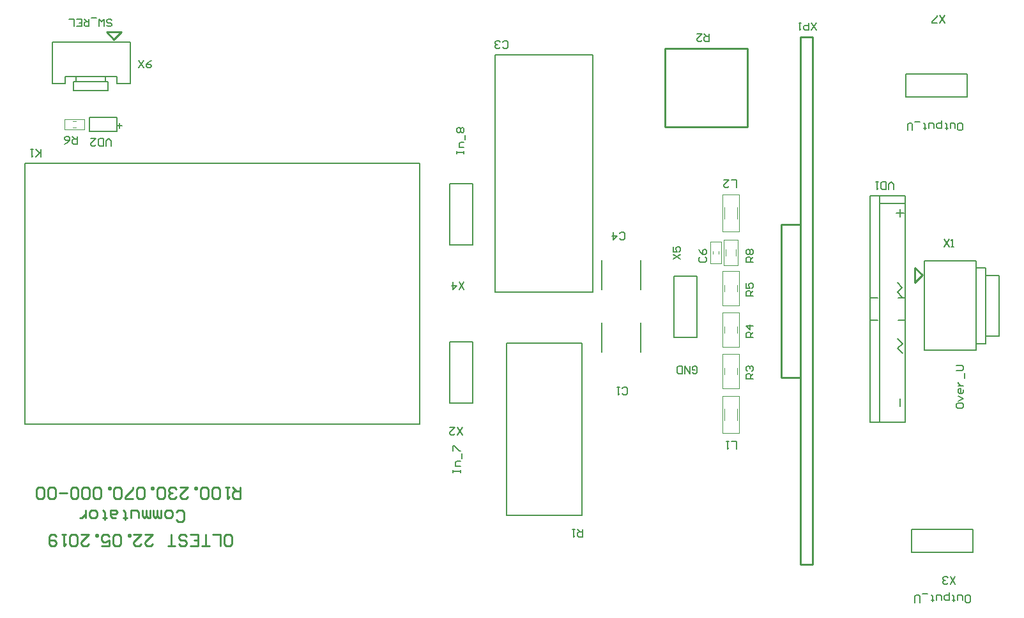
<source format=gto>
G04 Layer_Color=65535*
%FSLAX44Y44*%
%MOMM*%
G71*
G01*
G75*
%ADD34C,0.2000*%
%ADD35C,0.1000*%
%ADD36C,0.1270*%
%ADD37C,0.1524*%
%ADD38C,0.2032*%
%ADD39C,0.2540*%
%ADD40C,0.1998*%
%ADD41C,0.2500*%
%ADD42C,0.1500*%
D34*
X816500Y383000D02*
Y422000D01*
X868500Y383000D02*
Y422000D01*
X816500Y465500D02*
Y504500D01*
X868500Y465500D02*
Y504500D01*
D35*
X971500Y513500D02*
Y516500D01*
X963500Y513500D02*
Y516500D01*
X960500Y529500D02*
X974500D01*
X960500Y500500D02*
Y529500D01*
Y500500D02*
X974500D01*
Y529500D01*
X976500Y275250D02*
Y324500D01*
X998250D01*
Y275250D02*
Y324500D01*
X976500Y275250D02*
X998250D01*
X996000Y292500D02*
Y307500D01*
X979000Y292500D02*
Y307500D01*
X998250Y334500D02*
Y380500D01*
X976750Y334500D02*
X998250D01*
X976750D02*
Y380500D01*
X998250D01*
X979250Y353000D02*
Y362000D01*
X995750Y353000D02*
Y362000D01*
X998250Y389500D02*
Y435500D01*
X976750Y389500D02*
X998250D01*
X976750D02*
Y435500D01*
X998250D01*
X979250Y408000D02*
Y417000D01*
X995750Y408000D02*
Y417000D01*
X998250Y444500D02*
Y490500D01*
X976750Y444500D02*
X998250D01*
X976750D02*
Y490500D01*
X998250D01*
X979250Y463000D02*
Y472000D01*
X995750Y463000D02*
Y472000D01*
X104250Y691750D02*
X130750D01*
Y678250D02*
Y691750D01*
X104250Y678250D02*
X130750D01*
X104250D02*
Y691750D01*
X116500Y689250D02*
X118500D01*
X115500Y680750D02*
X119500D01*
X115500Y689250D02*
X116500D01*
X118500D02*
X119500D01*
X981000Y511000D02*
Y519000D01*
X994000Y511000D02*
Y519000D01*
X978250Y531750D02*
X996750D01*
X978250Y498250D02*
Y531750D01*
Y498250D02*
X996750D01*
Y531750D01*
X998500Y543000D02*
Y592250D01*
X976750Y543000D02*
X998500D01*
X976750D02*
Y592250D01*
X998500D01*
X979000Y560000D02*
Y575000D01*
X996000Y560000D02*
Y575000D01*
D36*
X690002Y165700D02*
Y394300D01*
X790002D01*
X690002Y165700D02*
X790002D01*
Y394300D01*
X1325520Y404187D02*
Y484197D01*
Y404187D02*
X1343300D01*
Y484197D01*
X1325520D02*
X1343300D01*
X116002Y729503D02*
Y741501D01*
Y729503D02*
X162001D01*
Y741501D01*
X116002D02*
X162001D01*
X119998Y748503D02*
X158500D01*
Y741501D02*
Y748503D01*
X119998Y741501D02*
X158500D01*
X119998D02*
Y748503D01*
X675000Y462350D02*
Y777350D01*
Y462350D02*
X805000D01*
X675000Y777350D02*
X805000D01*
Y462350D02*
Y777350D01*
X1172300Y425000D02*
X1182300D01*
X1209003D02*
X1219003D01*
X1209003Y455000D02*
X1219003D01*
X1172300D02*
X1182300D01*
X1185000Y290000D02*
Y590000D01*
X1208410Y474840D02*
X1214760Y468490D01*
X1208410Y462140D02*
X1214760Y468490D01*
X1208410Y462140D02*
X1214760Y455790D01*
X1206670Y567000D02*
X1216670D01*
X1211670Y562000D02*
Y572000D01*
Y310540D02*
Y320540D01*
X1219003Y290000D02*
Y590000D01*
X1172300D02*
X1219003D01*
X1172300Y290000D02*
Y590000D01*
Y290000D02*
X1219003D01*
X1185000Y580000D02*
X1219003D01*
X1208880Y400310D02*
X1215230Y393960D01*
X1208880Y387610D02*
X1215230Y393960D01*
X1208880Y387610D02*
X1215230Y381260D01*
D37*
X137164Y694250D02*
X173664D01*
Y675750D02*
Y694250D01*
X137164Y675750D02*
X173664D01*
X137164D02*
Y694250D01*
X52000Y287000D02*
Y633000D01*
X575000D01*
Y287000D02*
Y633000D01*
X52000Y287000D02*
X575000D01*
D38*
X1244240Y503696D02*
X1312820D01*
Y385137D02*
Y503696D01*
X1244240Y385137D02*
X1312820D01*
X1244240D02*
Y503696D01*
X1312998Y394027D02*
Y494696D01*
Y394027D02*
X1325520D01*
Y494696D01*
X1312998D02*
X1325520D01*
X614760Y396040D02*
X645240D01*
Y314760D02*
Y396040D01*
X614760Y314760D02*
X645240D01*
X614760D02*
Y396040D01*
X1227260Y117260D02*
Y147740D01*
X1308540D01*
Y117260D02*
Y147740D01*
X1227260Y117260D02*
X1308540D01*
X1301040Y721760D02*
Y752240D01*
X1219760Y721760D02*
X1301040D01*
X1219760D02*
Y752240D01*
X1301040D01*
X614760Y524760D02*
X645240D01*
X614760D02*
Y606040D01*
X645240D01*
Y524760D02*
Y606040D01*
X912260Y402260D02*
X942740D01*
X912260D02*
Y483540D01*
X942740D01*
Y402260D02*
Y483540D01*
D39*
X1231500Y494947D02*
X1241500Y484947D01*
X1231500Y474947D02*
Y494947D01*
Y474947D02*
X1241500Y484947D01*
X159998Y807750D02*
X169998Y797750D01*
X159998Y807750D02*
X179998D01*
X169998Y797750D02*
X179998Y807750D01*
X1054800Y552200D02*
X1067500D01*
X1080200Y349000D02*
Y552200D01*
X1067500D02*
X1080200D01*
X1054800Y349000D02*
Y552200D01*
Y349000D02*
X1080200D01*
Y100842D02*
Y552200D01*
Y100842D02*
X1095500D01*
Y801250D01*
X1080200D02*
X1095500D01*
X1080200Y552200D02*
Y801250D01*
X900450Y681750D02*
X1009200D01*
X900450D02*
Y785500D01*
X1009200D01*
Y681750D02*
Y785500D01*
D40*
X88502Y739503D02*
X105000D01*
Y748503D01*
X173495D01*
Y739503D02*
Y748503D01*
Y739503D02*
X191495D01*
Y794498D01*
X88502D02*
X191495D01*
X88502Y739503D02*
Y794498D01*
D41*
X252503Y160110D02*
X255002Y157611D01*
X260001D01*
X262500Y160110D01*
Y170107D01*
X260001Y172606D01*
X255002D01*
X252503Y170107D01*
X245006Y172606D02*
X240007D01*
X237508Y170107D01*
Y165108D01*
X240007Y162609D01*
X245006D01*
X247505Y165108D01*
Y170107D01*
X245006Y172606D01*
X232510D02*
Y162609D01*
X230011D01*
X227511Y165108D01*
Y172606D01*
Y165108D01*
X225012Y162609D01*
X222513Y165108D01*
Y172606D01*
X217515D02*
Y162609D01*
X215016D01*
X212516Y165108D01*
Y172606D01*
Y165108D01*
X210017Y162609D01*
X207518Y165108D01*
Y172606D01*
X202519Y162609D02*
Y170107D01*
X200020Y172606D01*
X192523D01*
Y162609D01*
X185025Y160110D02*
Y162609D01*
X187524D01*
X182526D01*
X185025D01*
Y170107D01*
X182526Y172606D01*
X172529Y162609D02*
X167531D01*
X165032Y165108D01*
Y172606D01*
X172529D01*
X175028Y170107D01*
X172529Y167607D01*
X165032D01*
X157534Y160110D02*
Y162609D01*
X160033D01*
X155035D01*
X157534D01*
Y170107D01*
X155035Y172606D01*
X145038D02*
X140040D01*
X137541Y170107D01*
Y165108D01*
X140040Y162609D01*
X145038D01*
X147537Y165108D01*
Y170107D01*
X145038Y172606D01*
X132542Y162609D02*
Y172606D01*
Y167607D01*
X130043Y165108D01*
X127544Y162609D01*
X125045D01*
X337456Y202998D02*
Y188002D01*
X329959D01*
X327460Y190502D01*
Y195500D01*
X329959Y197999D01*
X337456D01*
X332458D02*
X327460Y202998D01*
X322461D02*
X317463D01*
X319962D01*
Y188002D01*
X322461Y190502D01*
X309965D02*
X307466Y188002D01*
X302468D01*
X299968Y190502D01*
Y200498D01*
X302468Y202998D01*
X307466D01*
X309965Y200498D01*
Y190502D01*
X294970D02*
X292471Y188002D01*
X287472D01*
X284973Y190502D01*
Y200498D01*
X287472Y202998D01*
X292471D01*
X294970Y200498D01*
Y190502D01*
X279975Y202998D02*
Y200498D01*
X277476D01*
Y202998D01*
X279975D01*
X257482D02*
X267479D01*
X257482Y193001D01*
Y190502D01*
X259981Y188002D01*
X264980D01*
X267479Y190502D01*
X252484D02*
X249985Y188002D01*
X244986D01*
X242487Y190502D01*
Y193001D01*
X244986Y195500D01*
X247485D01*
X244986D01*
X242487Y197999D01*
Y200498D01*
X244986Y202998D01*
X249985D01*
X252484Y200498D01*
X237489Y190502D02*
X234989Y188002D01*
X229991D01*
X227492Y190502D01*
Y200498D01*
X229991Y202998D01*
X234989D01*
X237489Y200498D01*
Y190502D01*
X222493Y202998D02*
Y200498D01*
X219994D01*
Y202998D01*
X222493D01*
X209998Y190502D02*
X207498Y188002D01*
X202500D01*
X200001Y190502D01*
Y200498D01*
X202500Y202998D01*
X207498D01*
X209998Y200498D01*
Y190502D01*
X195002Y188002D02*
X185006D01*
Y190502D01*
X195002Y200498D01*
Y202998D01*
X180007Y190502D02*
X177508Y188002D01*
X172510D01*
X170011Y190502D01*
Y200498D01*
X172510Y202998D01*
X177508D01*
X180007Y200498D01*
Y190502D01*
X165012Y202998D02*
Y200498D01*
X162513D01*
Y202998D01*
X165012D01*
X152516Y190502D02*
X150017Y188002D01*
X145019D01*
X142519Y190502D01*
Y200498D01*
X145019Y202998D01*
X150017D01*
X152516Y200498D01*
Y190502D01*
X137521D02*
X135022Y188002D01*
X130023D01*
X127524Y190502D01*
Y200498D01*
X130023Y202998D01*
X135022D01*
X137521Y200498D01*
Y190502D01*
X122526D02*
X120027Y188002D01*
X115028D01*
X112529Y190502D01*
Y200498D01*
X115028Y202998D01*
X120027D01*
X122526Y200498D01*
Y190502D01*
X107531Y195500D02*
X97534D01*
X92536Y190502D02*
X90036Y188002D01*
X85038D01*
X82539Y190502D01*
Y200498D01*
X85038Y202998D01*
X90036D01*
X92536Y200498D01*
Y190502D01*
X77540D02*
X75041Y188002D01*
X70043D01*
X67544Y190502D01*
Y200498D01*
X70043Y202998D01*
X75041D01*
X77540Y200498D01*
Y190502D01*
X318713Y125508D02*
X323712D01*
X326211Y128007D01*
Y138004D01*
X323712Y140503D01*
X318713D01*
X316214Y138004D01*
Y128007D01*
X318713Y125508D01*
X311216D02*
Y140503D01*
X301219D01*
X296220Y125508D02*
X286224D01*
X291222D01*
Y140503D01*
X271229Y125508D02*
X281225D01*
Y140503D01*
X271229D01*
X281225Y133005D02*
X276227D01*
X256234Y128007D02*
X258733Y125508D01*
X263731D01*
X266230Y128007D01*
Y130506D01*
X263731Y133005D01*
X258733D01*
X256234Y135505D01*
Y138004D01*
X258733Y140503D01*
X263731D01*
X266230Y138004D01*
X251235Y125508D02*
X241238D01*
X246237D01*
Y140503D01*
X211248D02*
X221245D01*
X211248Y130506D01*
Y128007D01*
X213747Y125508D01*
X218746D01*
X221245Y128007D01*
X196253Y140503D02*
X206250D01*
X196253Y130506D01*
Y128007D01*
X198752Y125508D01*
X203750D01*
X206250Y128007D01*
X191255Y140503D02*
Y138004D01*
X188755D01*
Y140503D01*
X191255D01*
X178759Y128007D02*
X176259Y125508D01*
X171261D01*
X168762Y128007D01*
Y138004D01*
X171261Y140503D01*
X176259D01*
X178759Y138004D01*
Y128007D01*
X153767Y125508D02*
X163763D01*
Y133005D01*
X158765Y130506D01*
X156266D01*
X153767Y133005D01*
Y138004D01*
X156266Y140503D01*
X161264D01*
X163763Y138004D01*
X148768Y140503D02*
Y138004D01*
X146269D01*
Y140503D01*
X148768D01*
X126276D02*
X136272D01*
X126276Y130506D01*
Y128007D01*
X128775Y125508D01*
X133773D01*
X136272Y128007D01*
X121277D02*
X118778Y125508D01*
X113780D01*
X111280Y128007D01*
Y138004D01*
X113780Y140503D01*
X118778D01*
X121277Y138004D01*
Y128007D01*
X106282Y140503D02*
X101284D01*
X103783D01*
Y125508D01*
X106282Y128007D01*
X93786Y138004D02*
X91287Y140503D01*
X86288D01*
X83789Y138004D01*
Y128007D01*
X86288Y125508D01*
X91287D01*
X93786Y128007D01*
Y130506D01*
X91287Y133005D01*
X83789D01*
D42*
X843335Y327669D02*
X845002Y326003D01*
X848334D01*
X850000Y327669D01*
Y334334D01*
X848334Y336000D01*
X845002D01*
X843335Y334334D01*
X840003Y336000D02*
X836671D01*
X838337D01*
Y326003D01*
X840003Y327669D01*
X685335Y787669D02*
X687002Y786003D01*
X690334D01*
X692000Y787669D01*
Y794334D01*
X690334Y796000D01*
X687002D01*
X685335Y794334D01*
X682003Y787669D02*
X680337Y786003D01*
X677005D01*
X675339Y787669D01*
Y789335D01*
X677005Y791002D01*
X678671D01*
X677005D01*
X675339Y792668D01*
Y794334D01*
X677005Y796000D01*
X680337D01*
X682003Y794334D01*
X840335Y533669D02*
X842002Y532003D01*
X845334D01*
X847000Y533669D01*
Y540334D01*
X845334Y542000D01*
X842002D01*
X840335Y540334D01*
X832005Y542000D02*
Y532003D01*
X837003Y537002D01*
X830339D01*
X946669Y509165D02*
X945003Y507498D01*
Y504166D01*
X946669Y502500D01*
X953334D01*
X955000Y504166D01*
Y507498D01*
X953334Y509165D01*
X945003Y519161D02*
X946669Y515829D01*
X950002Y512497D01*
X953334D01*
X955000Y514163D01*
Y517495D01*
X953334Y519161D01*
X951668D01*
X950002Y517495D01*
Y512497D01*
X995000Y254003D02*
Y264000D01*
X988335D01*
X985003D02*
X981671D01*
X983337D01*
Y254003D01*
X985003Y255669D01*
X995000Y601003D02*
Y611000D01*
X988335D01*
X978339D02*
X985003D01*
X978339Y604336D01*
Y602669D01*
X980005Y601003D01*
X983337D01*
X985003Y602669D01*
X791000Y147000D02*
Y137003D01*
X786002D01*
X784335Y138669D01*
Y142002D01*
X786002Y143668D01*
X791000D01*
X787668D02*
X784335Y147000D01*
X781003D02*
X777671D01*
X779337D01*
Y137003D01*
X781003Y138669D01*
X959000Y805000D02*
Y795003D01*
X954002D01*
X952336Y796669D01*
Y800002D01*
X954002Y801668D01*
X959000D01*
X955668D02*
X952336Y805000D01*
X942339D02*
X949003D01*
X942339Y798335D01*
Y796669D01*
X944005Y795003D01*
X947337D01*
X949003Y796669D01*
X1017500Y347500D02*
X1007503D01*
Y352498D01*
X1009169Y354165D01*
X1012502D01*
X1014168Y352498D01*
Y347500D01*
Y350832D02*
X1017500Y354165D01*
X1009169Y357497D02*
X1007503Y359163D01*
Y362495D01*
X1009169Y364161D01*
X1010835D01*
X1012502Y362495D01*
Y360829D01*
Y362495D01*
X1014168Y364161D01*
X1015834D01*
X1017500Y362495D01*
Y359163D01*
X1015834Y357497D01*
X1017500Y402500D02*
X1007503D01*
Y407498D01*
X1009169Y409165D01*
X1012502D01*
X1014168Y407498D01*
Y402500D01*
Y405832D02*
X1017500Y409165D01*
Y417495D02*
X1007503D01*
X1012502Y412497D01*
Y419161D01*
X1017500Y457500D02*
X1007503D01*
Y462498D01*
X1009169Y464165D01*
X1012502D01*
X1014168Y462498D01*
Y457500D01*
Y460832D02*
X1017500Y464165D01*
X1007503Y474161D02*
Y467497D01*
X1012502D01*
X1010835Y470829D01*
Y472495D01*
X1012502Y474161D01*
X1015834D01*
X1017500Y472495D01*
Y469163D01*
X1015834Y467497D01*
X121000Y669000D02*
Y659003D01*
X116002D01*
X114335Y660669D01*
Y664002D01*
X116002Y665668D01*
X121000D01*
X117668D02*
X114335Y669000D01*
X104339Y659003D02*
X107671Y660669D01*
X111003Y664002D01*
Y667334D01*
X109337Y669000D01*
X106005D01*
X104339Y667334D01*
Y665668D01*
X106005Y664002D01*
X111003D01*
X1017500Y502500D02*
X1007503D01*
Y507498D01*
X1009169Y509165D01*
X1012502D01*
X1014168Y507498D01*
Y502500D01*
Y505832D02*
X1017500Y509165D01*
X1009169Y512497D02*
X1007503Y514163D01*
Y517495D01*
X1009169Y519161D01*
X1010835D01*
X1012502Y517495D01*
X1014168Y519161D01*
X1015834D01*
X1017500Y517495D01*
Y514163D01*
X1015834Y512497D01*
X1014168D01*
X1012502Y514163D01*
X1010835Y512497D01*
X1009169D01*
X1012502Y514163D02*
Y517495D01*
X1203000Y599003D02*
Y605668D01*
X1199668Y609000D01*
X1196336Y605668D01*
Y599003D01*
X1193003D02*
Y609000D01*
X1188005D01*
X1186339Y607334D01*
Y600669D01*
X1188005Y599003D01*
X1193003D01*
X1183006Y609000D02*
X1179674D01*
X1181340D01*
Y599003D01*
X1183006Y600669D01*
X166000Y656003D02*
Y662668D01*
X162668Y666000D01*
X159335Y662668D01*
Y656003D01*
X156003D02*
Y666000D01*
X151005D01*
X149339Y664334D01*
Y657669D01*
X151005Y656003D01*
X156003D01*
X139342Y666000D02*
X146006D01*
X139342Y659335D01*
Y657669D01*
X141008Y656003D01*
X144340D01*
X146006Y657669D01*
X1270000Y532497D02*
X1276665Y522500D01*
Y532497D02*
X1270000Y522500D01*
X1279997D02*
X1283329D01*
X1281663D01*
Y532497D01*
X1279997Y530831D01*
X632000Y273003D02*
X625336Y283000D01*
Y273003D02*
X632000Y283000D01*
X615339D02*
X622003D01*
X615339Y276336D01*
Y274669D01*
X617005Y273003D01*
X620337D01*
X622003Y274669D01*
X1285000Y75003D02*
X1278335Y85000D01*
Y75003D02*
X1285000Y85000D01*
X1275003Y76669D02*
X1273337Y75003D01*
X1270005D01*
X1268339Y76669D01*
Y78335D01*
X1270005Y80002D01*
X1271671D01*
X1270005D01*
X1268339Y81668D01*
Y83334D01*
X1270005Y85000D01*
X1273337D01*
X1275003Y83334D01*
X634000Y466003D02*
X627336Y476000D01*
Y466003D02*
X634000Y476000D01*
X619005D02*
Y466003D01*
X624003Y471002D01*
X617339D01*
X911003Y506000D02*
X921000Y512664D01*
X911003D02*
X921000Y506000D01*
X911003Y522661D02*
Y515997D01*
X916002D01*
X914335Y519329D01*
Y520995D01*
X916002Y522661D01*
X919334D01*
X921000Y520995D01*
Y517663D01*
X919334Y515997D01*
X202500Y769997D02*
X209165Y760000D01*
Y769997D02*
X202500Y760000D01*
X219161Y769997D02*
X215829Y768331D01*
X212497Y764998D01*
Y761666D01*
X214163Y760000D01*
X217495D01*
X219161Y761666D01*
Y763332D01*
X217495Y764998D01*
X212497D01*
X1101000Y810003D02*
X1094335Y820000D01*
Y810003D02*
X1101000Y820000D01*
X1091003D02*
Y810003D01*
X1086005D01*
X1084339Y811669D01*
Y815002D01*
X1086005Y816668D01*
X1091003D01*
X1081006Y820000D02*
X1077674D01*
X1079340D01*
Y810003D01*
X1081006Y811669D01*
X73000Y642003D02*
Y652000D01*
Y648668D01*
X66336Y642003D01*
X71334Y647002D01*
X66336Y652000D01*
X63003D02*
X59671D01*
X61337D01*
Y642003D01*
X63003Y643669D01*
X1271000Y820003D02*
X1264335Y830000D01*
Y820003D02*
X1271000Y830000D01*
X1261003Y820003D02*
X1254339D01*
Y821669D01*
X1261003Y828334D01*
Y830000D01*
X160336Y816669D02*
X162002Y815003D01*
X165334D01*
X167000Y816669D01*
Y818335D01*
X165334Y820002D01*
X162002D01*
X160336Y821668D01*
Y823334D01*
X162002Y825000D01*
X165334D01*
X167000Y823334D01*
X157003Y815003D02*
Y825000D01*
X153671Y821668D01*
X150339Y825000D01*
Y815003D01*
X147006Y826666D02*
X140342D01*
X137010Y825000D02*
Y815003D01*
X132011D01*
X130345Y816669D01*
Y820002D01*
X132011Y821668D01*
X137010D01*
X133677D02*
X130345Y825000D01*
X120348Y815003D02*
X127013D01*
Y825000D01*
X120348D01*
X127013Y820002D02*
X123681D01*
X117016Y815003D02*
Y825000D01*
X110352D01*
X180414Y683502D02*
X173750D01*
X177082Y680169D02*
Y686834D01*
X624003Y646000D02*
Y649332D01*
Y647666D01*
X634000D01*
Y646000D01*
Y649332D01*
Y654331D02*
X627336D01*
Y659329D01*
X629002Y660995D01*
X634000D01*
X635666Y664327D02*
Y670992D01*
X625669Y674324D02*
X624003Y675990D01*
Y679323D01*
X625669Y680989D01*
X627336D01*
X629002Y679323D01*
X630668Y680989D01*
X632334D01*
X634000Y679323D01*
Y675990D01*
X632334Y674324D01*
X630668D01*
X629002Y675990D01*
X627336Y674324D01*
X625669D01*
X629002Y675990D02*
Y679323D01*
X619003Y223000D02*
Y226332D01*
Y224666D01*
X629000D01*
Y223000D01*
Y226332D01*
Y231331D02*
X622336D01*
Y236329D01*
X624002Y237995D01*
X629000D01*
X630666Y241327D02*
Y247992D01*
X619003Y251324D02*
Y257989D01*
X620669D01*
X627334Y251324D01*
X629000D01*
X1286003Y312998D02*
Y309666D01*
X1287669Y308000D01*
X1294334D01*
X1296000Y309666D01*
Y312998D01*
X1294334Y314664D01*
X1287669D01*
X1286003Y312998D01*
X1289335Y317997D02*
X1296000Y321329D01*
X1289335Y324661D01*
X1296000Y332992D02*
Y329660D01*
X1294334Y327994D01*
X1291002D01*
X1289335Y329660D01*
Y332992D01*
X1291002Y334658D01*
X1292668D01*
Y327994D01*
X1289335Y337990D02*
X1296000D01*
X1292668D01*
X1291002Y339656D01*
X1289335Y341323D01*
Y342989D01*
X1297666Y347987D02*
Y354652D01*
X1286003Y357984D02*
X1294334D01*
X1296000Y359650D01*
Y362982D01*
X1294334Y364648D01*
X1286003D01*
X1300002Y50003D02*
X1303334D01*
X1305000Y51669D01*
Y58334D01*
X1303334Y60000D01*
X1300002D01*
X1298336Y58334D01*
Y51669D01*
X1300002Y50003D01*
X1295003Y53335D02*
Y58334D01*
X1293337Y60000D01*
X1288339D01*
Y53335D01*
X1283340Y51669D02*
Y53335D01*
X1285006D01*
X1281674D01*
X1283340D01*
Y58334D01*
X1281674Y60000D01*
X1276676Y63332D02*
Y53335D01*
X1271677D01*
X1270011Y55002D01*
Y58334D01*
X1271677Y60000D01*
X1276676D01*
X1266679Y53335D02*
Y58334D01*
X1265013Y60000D01*
X1260014D01*
Y53335D01*
X1255016Y51669D02*
Y53335D01*
X1256682D01*
X1253350D01*
X1255016D01*
Y58334D01*
X1253350Y60000D01*
X1248352Y61666D02*
X1241687D01*
X1238355Y50003D02*
Y58334D01*
X1236689Y60000D01*
X1233356D01*
X1231690Y58334D01*
Y50003D01*
X1290002Y677003D02*
X1293334D01*
X1295000Y678669D01*
Y685334D01*
X1293334Y687000D01*
X1290002D01*
X1288336Y685334D01*
Y678669D01*
X1290002Y677003D01*
X1285003Y680335D02*
Y685334D01*
X1283337Y687000D01*
X1278339D01*
Y680335D01*
X1273340Y678669D02*
Y680335D01*
X1275006D01*
X1271674D01*
X1273340D01*
Y685334D01*
X1271674Y687000D01*
X1266676Y690332D02*
Y680335D01*
X1261677D01*
X1260011Y682002D01*
Y685334D01*
X1261677Y687000D01*
X1266676D01*
X1256679Y680335D02*
Y685334D01*
X1255013Y687000D01*
X1250014D01*
Y680335D01*
X1245016Y678669D02*
Y680335D01*
X1246682D01*
X1243350D01*
X1245016D01*
Y685334D01*
X1243350Y687000D01*
X1238352Y688666D02*
X1231687D01*
X1228355Y677003D02*
Y685334D01*
X1226689Y687000D01*
X1223356D01*
X1221690Y685334D01*
Y677003D01*
X936336Y355669D02*
X938002Y354003D01*
X941334D01*
X943000Y355669D01*
Y362334D01*
X941334Y364000D01*
X938002D01*
X936336Y362334D01*
Y359002D01*
X939668D01*
X933003Y364000D02*
Y354003D01*
X926339Y364000D01*
Y354003D01*
X923006D02*
Y364000D01*
X918008D01*
X916342Y362334D01*
Y355669D01*
X918008Y354003D01*
X923006D01*
M02*

</source>
